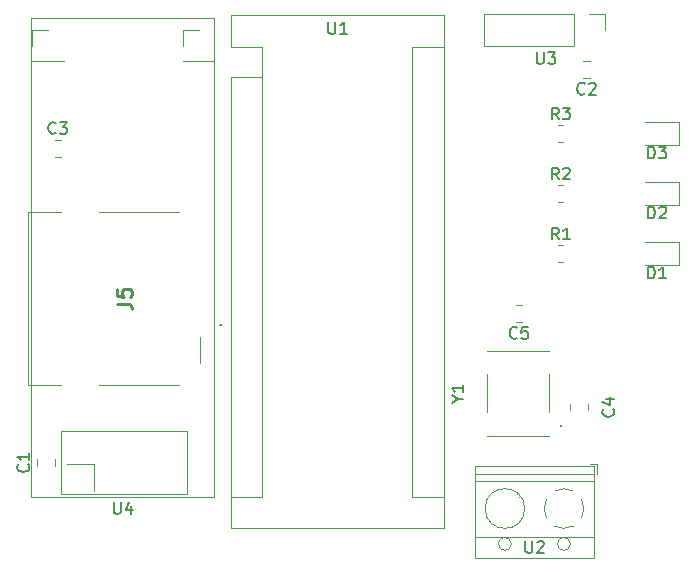
<source format=gbr>
%TF.GenerationSoftware,KiCad,Pcbnew,(5.1.10)-1*%
%TF.CreationDate,2021-11-03T11:27:17+01:00*%
%TF.ProjectId,Telemetry,54656c65-6d65-4747-9279-2e6b69636164,rev?*%
%TF.SameCoordinates,Original*%
%TF.FileFunction,Legend,Top*%
%TF.FilePolarity,Positive*%
%FSLAX46Y46*%
G04 Gerber Fmt 4.6, Leading zero omitted, Abs format (unit mm)*
G04 Created by KiCad (PCBNEW (5.1.10)-1) date 2021-11-03 11:27:17*
%MOMM*%
%LPD*%
G01*
G04 APERTURE LIST*
%ADD10C,0.200000*%
%ADD11C,0.100000*%
%ADD12C,0.120000*%
%ADD13C,0.254000*%
%ADD14C,0.150000*%
G04 APERTURE END LIST*
D10*
%TO.C,J5*%
X166580000Y-75910000D02*
X166580000Y-75910000D01*
X166480000Y-75910000D02*
X166480000Y-75910000D01*
X166580000Y-75910000D02*
X166580000Y-75910000D01*
D11*
X162980000Y-66310000D02*
X156230000Y-66310000D01*
X162980000Y-66310000D02*
X162980000Y-66310000D01*
X156230000Y-66310000D02*
X162980000Y-66310000D01*
X156230000Y-66310000D02*
X156230000Y-66310000D01*
X152980000Y-66310000D02*
X150230000Y-66310000D01*
X152980000Y-66310000D02*
X152980000Y-66310000D01*
X150230000Y-66310000D02*
X152980000Y-66310000D01*
X150230000Y-66310000D02*
X150230000Y-66310000D01*
X150230000Y-81010000D02*
X150230000Y-81010000D01*
X150230000Y-66310000D02*
X150230000Y-81010000D01*
X150230000Y-66310000D02*
X150230000Y-66310000D01*
X150230000Y-81010000D02*
X150230000Y-66310000D01*
X150230000Y-81010000D02*
X152980000Y-81010000D01*
X150230000Y-81010000D02*
X150230000Y-81010000D01*
X152980000Y-81010000D02*
X150230000Y-81010000D01*
X152980000Y-81010000D02*
X152980000Y-81010000D01*
X156230000Y-81010000D02*
X162980000Y-81010000D01*
X156230000Y-81010000D02*
X156230000Y-81010000D01*
X162980000Y-81010000D02*
X156230000Y-81010000D01*
X162980000Y-81010000D02*
X162980000Y-81010000D01*
X164730000Y-76910000D02*
X164730000Y-76910000D01*
X164730000Y-79160000D02*
X164730000Y-76910000D01*
X164730000Y-79160000D02*
X164730000Y-79160000D01*
X164730000Y-76910000D02*
X164730000Y-79160000D01*
D10*
X166480000Y-75910000D02*
G75*
G02*
X166580000Y-75910000I50000J0D01*
G01*
X166580000Y-75910000D02*
G75*
G02*
X166480000Y-75910000I-50000J0D01*
G01*
X166480000Y-75910000D02*
G75*
G02*
X166580000Y-75910000I50000J0D01*
G01*
D12*
%TO.C,U3*%
X188789000Y-49597000D02*
X188789000Y-52257000D01*
X196469000Y-49597000D02*
X188789000Y-49597000D01*
X196469000Y-52257000D02*
X188789000Y-52257000D01*
X196469000Y-49597000D02*
X196469000Y-52257000D01*
X197739000Y-49597000D02*
X199069000Y-49597000D01*
X199069000Y-49597000D02*
X199069000Y-50927000D01*
D11*
%TO.C,Y1*%
X189090000Y-83290000D02*
X189090000Y-80090000D01*
X189090000Y-85290000D02*
X194290000Y-85290000D01*
X194290000Y-83290000D02*
X194290000Y-80090000D01*
X189090000Y-78090000D02*
X194290000Y-78090000D01*
X195290000Y-84490000D02*
X195290000Y-84490000D01*
X195290000Y-84390000D02*
X195290000Y-84390000D01*
X195290000Y-84490000D02*
G75*
G02*
X195290000Y-84390000I0J50000D01*
G01*
X195290000Y-84390000D02*
G75*
G02*
X195290000Y-84490000I0J-50000D01*
G01*
D12*
%TO.C,C5*%
X192031252Y-75665000D02*
X191508748Y-75665000D01*
X192031252Y-74195000D02*
X191508748Y-74195000D01*
%TO.C,U2*%
X196130000Y-94440000D02*
G75*
G03*
X196130000Y-94440000I-550000J0D01*
G01*
X192260000Y-91440000D02*
G75*
G03*
X192260000Y-91440000I-1680000J0D01*
G01*
X191130000Y-94440000D02*
G75*
G03*
X191130000Y-94440000I-550000J0D01*
G01*
X198140000Y-88540000D02*
X188020000Y-88540000D01*
X198140000Y-89140000D02*
X188020000Y-89140000D01*
X198140000Y-93840000D02*
X188020000Y-93840000D01*
X198140000Y-95600000D02*
X188020000Y-95600000D01*
X198140000Y-87879000D02*
X188020000Y-87879000D01*
X198140000Y-95600000D02*
X198140000Y-87879000D01*
X188020000Y-95600000D02*
X188020000Y-87879000D01*
X189305000Y-92509000D02*
X189399000Y-92416000D01*
X191590000Y-90224000D02*
X191649000Y-90166000D01*
X189510000Y-92715000D02*
X189569000Y-92656000D01*
X191760000Y-90464000D02*
X191854000Y-90371000D01*
X198380000Y-88480000D02*
X198380000Y-87640000D01*
X198380000Y-87640000D02*
X197780000Y-87640000D01*
X194791288Y-89956648D02*
G75*
G02*
X195580000Y-89760000I788712J-1483352D01*
G01*
X194096047Y-92229088D02*
G75*
G02*
X194096000Y-90651000I1483953J789088D01*
G01*
X196369088Y-92923953D02*
G75*
G02*
X194791000Y-92924000I-789088J1483953D01*
G01*
X197063953Y-90650912D02*
G75*
G02*
X197064000Y-92229000I-1483953J-789088D01*
G01*
X195550617Y-89759550D02*
G75*
G02*
X196369000Y-89956000I29383J-1680450D01*
G01*
%TO.C,R2*%
X195082936Y-65505000D02*
X195537064Y-65505000D01*
X195082936Y-64035000D02*
X195537064Y-64035000D01*
%TO.C, *%
X150562000Y-53590500D02*
X153222000Y-53590500D01*
X150562000Y-53530500D02*
X150562000Y-53590500D01*
X153222000Y-53530500D02*
X153222000Y-53590500D01*
X150562000Y-53530500D02*
X153222000Y-53530500D01*
X150562000Y-52260500D02*
X150562000Y-50930500D01*
X150562000Y-50930500D02*
X151892000Y-50930500D01*
X163325500Y-53590500D02*
X165985500Y-53590500D01*
X163325500Y-53530500D02*
X163325500Y-53590500D01*
X165985500Y-53530500D02*
X165985500Y-53590500D01*
X163325500Y-53530500D02*
X165985500Y-53530500D01*
X163325500Y-52260500D02*
X163325500Y-50930500D01*
X163325500Y-50930500D02*
X164655500Y-50930500D01*
%TO.C,U1*%
X170053000Y-54864000D02*
X170053000Y-52324000D01*
X170053000Y-52324000D02*
X167383000Y-52324000D01*
X167383000Y-54864000D02*
X167383000Y-93094000D01*
X167383000Y-49654000D02*
X167383000Y-52324000D01*
X182753000Y-52324000D02*
X185423000Y-52324000D01*
X182753000Y-52324000D02*
X182753000Y-90424000D01*
X182753000Y-90424000D02*
X185423000Y-90424000D01*
X170053000Y-54864000D02*
X167383000Y-54864000D01*
X170053000Y-54864000D02*
X170053000Y-90424000D01*
X170053000Y-90424000D02*
X167383000Y-90424000D01*
X167383000Y-93094000D02*
X185423000Y-93094000D01*
X185423000Y-93094000D02*
X185423000Y-49654000D01*
X185423000Y-49654000D02*
X167383000Y-49654000D01*
%TO.C,U4*%
X152958800Y-90170000D02*
X152958800Y-90170000D01*
X163626800Y-90170000D02*
X152958800Y-90170000D01*
X150477800Y-90500000D02*
X150477800Y-90500000D01*
X165927800Y-90500000D02*
X150477800Y-90500000D01*
X165927800Y-49870000D02*
X165927800Y-90500000D01*
X150477800Y-49870000D02*
X165927800Y-49870000D01*
X150477800Y-90500000D02*
X150477800Y-49870000D01*
X155752800Y-89916000D02*
X155752800Y-89916000D01*
X155752800Y-87630000D02*
X155752800Y-89916000D01*
X153466800Y-87630000D02*
X155752800Y-87630000D01*
X163626800Y-90170000D02*
X163626800Y-90170000D01*
X163626800Y-84836000D02*
X163626800Y-90170000D01*
X152958800Y-84836000D02*
X163626800Y-84836000D01*
X152958800Y-90170000D02*
X152958800Y-84836000D01*
%TO.C,C1*%
X152474600Y-87282348D02*
X152474600Y-87804852D01*
X151004600Y-87282348D02*
X151004600Y-87804852D01*
%TO.C,C3*%
X152458748Y-61695000D02*
X152981252Y-61695000D01*
X152458748Y-60225000D02*
X152981252Y-60225000D01*
%TO.C,C2*%
X197756452Y-53519400D02*
X197233948Y-53519400D01*
X197756452Y-54989400D02*
X197233948Y-54989400D01*
%TO.C,D1*%
X202445000Y-70810000D02*
X205305000Y-70810000D01*
X205305000Y-70810000D02*
X205305000Y-68890000D01*
X205305000Y-68890000D02*
X202445000Y-68890000D01*
%TO.C,D2*%
X205305000Y-63810000D02*
X202445000Y-63810000D01*
X205305000Y-65730000D02*
X205305000Y-63810000D01*
X202445000Y-65730000D02*
X205305000Y-65730000D01*
%TO.C,D3*%
X202445000Y-60650000D02*
X205305000Y-60650000D01*
X205305000Y-60650000D02*
X205305000Y-58730000D01*
X205305000Y-58730000D02*
X202445000Y-58730000D01*
%TO.C,R1*%
X195082936Y-69115000D02*
X195537064Y-69115000D01*
X195082936Y-70585000D02*
X195537064Y-70585000D01*
%TO.C,R3*%
X195082936Y-58955000D02*
X195537064Y-58955000D01*
X195082936Y-60425000D02*
X195537064Y-60425000D01*
%TO.C,C4*%
X196115000Y-82608748D02*
X196115000Y-83131252D01*
X197585000Y-82608748D02*
X197585000Y-83131252D01*
%TO.C,J5*%
D13*
X157709523Y-74083333D02*
X158616666Y-74083333D01*
X158798095Y-74143809D01*
X158919047Y-74264761D01*
X158979523Y-74446190D01*
X158979523Y-74567142D01*
X157709523Y-72873809D02*
X157709523Y-73478571D01*
X158314285Y-73539047D01*
X158253809Y-73478571D01*
X158193333Y-73357619D01*
X158193333Y-73055238D01*
X158253809Y-72934285D01*
X158314285Y-72873809D01*
X158435238Y-72813333D01*
X158737619Y-72813333D01*
X158858571Y-72873809D01*
X158919047Y-72934285D01*
X158979523Y-73055238D01*
X158979523Y-73357619D01*
X158919047Y-73478571D01*
X158858571Y-73539047D01*
%TO.C,U3*%
D14*
X193294095Y-52792380D02*
X193294095Y-53601904D01*
X193341714Y-53697142D01*
X193389333Y-53744761D01*
X193484571Y-53792380D01*
X193675047Y-53792380D01*
X193770285Y-53744761D01*
X193817904Y-53697142D01*
X193865523Y-53601904D01*
X193865523Y-52792380D01*
X194246476Y-52792380D02*
X194865523Y-52792380D01*
X194532190Y-53173333D01*
X194675047Y-53173333D01*
X194770285Y-53220952D01*
X194817904Y-53268571D01*
X194865523Y-53363809D01*
X194865523Y-53601904D01*
X194817904Y-53697142D01*
X194770285Y-53744761D01*
X194675047Y-53792380D01*
X194389333Y-53792380D01*
X194294095Y-53744761D01*
X194246476Y-53697142D01*
%TO.C,Y1*%
X186586190Y-82166190D02*
X187062380Y-82166190D01*
X186062380Y-82499523D02*
X186586190Y-82166190D01*
X186062380Y-81832857D01*
X187062380Y-80975714D02*
X187062380Y-81547142D01*
X187062380Y-81261428D02*
X186062380Y-81261428D01*
X186205238Y-81356666D01*
X186300476Y-81451904D01*
X186348095Y-81547142D01*
%TO.C,C5*%
X191603333Y-76967142D02*
X191555714Y-77014761D01*
X191412857Y-77062380D01*
X191317619Y-77062380D01*
X191174761Y-77014761D01*
X191079523Y-76919523D01*
X191031904Y-76824285D01*
X190984285Y-76633809D01*
X190984285Y-76490952D01*
X191031904Y-76300476D01*
X191079523Y-76205238D01*
X191174761Y-76110000D01*
X191317619Y-76062380D01*
X191412857Y-76062380D01*
X191555714Y-76110000D01*
X191603333Y-76157619D01*
X192508095Y-76062380D02*
X192031904Y-76062380D01*
X191984285Y-76538571D01*
X192031904Y-76490952D01*
X192127142Y-76443333D01*
X192365238Y-76443333D01*
X192460476Y-76490952D01*
X192508095Y-76538571D01*
X192555714Y-76633809D01*
X192555714Y-76871904D01*
X192508095Y-76967142D01*
X192460476Y-77014761D01*
X192365238Y-77062380D01*
X192127142Y-77062380D01*
X192031904Y-77014761D01*
X191984285Y-76967142D01*
%TO.C,U2*%
X192318095Y-94194380D02*
X192318095Y-95003904D01*
X192365714Y-95099142D01*
X192413333Y-95146761D01*
X192508571Y-95194380D01*
X192699047Y-95194380D01*
X192794285Y-95146761D01*
X192841904Y-95099142D01*
X192889523Y-95003904D01*
X192889523Y-94194380D01*
X193318095Y-94289619D02*
X193365714Y-94242000D01*
X193460952Y-94194380D01*
X193699047Y-94194380D01*
X193794285Y-94242000D01*
X193841904Y-94289619D01*
X193889523Y-94384857D01*
X193889523Y-94480095D01*
X193841904Y-94622952D01*
X193270476Y-95194380D01*
X193889523Y-95194380D01*
%TO.C,R2*%
X195143333Y-63572380D02*
X194810000Y-63096190D01*
X194571904Y-63572380D02*
X194571904Y-62572380D01*
X194952857Y-62572380D01*
X195048095Y-62620000D01*
X195095714Y-62667619D01*
X195143333Y-62762857D01*
X195143333Y-62905714D01*
X195095714Y-63000952D01*
X195048095Y-63048571D01*
X194952857Y-63096190D01*
X194571904Y-63096190D01*
X195524285Y-62667619D02*
X195571904Y-62620000D01*
X195667142Y-62572380D01*
X195905238Y-62572380D01*
X196000476Y-62620000D01*
X196048095Y-62667619D01*
X196095714Y-62762857D01*
X196095714Y-62858095D01*
X196048095Y-63000952D01*
X195476666Y-63572380D01*
X196095714Y-63572380D01*
%TO.C, *%
%TO.C,U1*%
X175641095Y-50252380D02*
X175641095Y-51061904D01*
X175688714Y-51157142D01*
X175736333Y-51204761D01*
X175831571Y-51252380D01*
X176022047Y-51252380D01*
X176117285Y-51204761D01*
X176164904Y-51157142D01*
X176212523Y-51061904D01*
X176212523Y-50252380D01*
X177212523Y-51252380D02*
X176641095Y-51252380D01*
X176926809Y-51252380D02*
X176926809Y-50252380D01*
X176831571Y-50395238D01*
X176736333Y-50490476D01*
X176641095Y-50538095D01*
%TO.C,U4*%
X157480095Y-90892380D02*
X157480095Y-91701904D01*
X157527714Y-91797142D01*
X157575333Y-91844761D01*
X157670571Y-91892380D01*
X157861047Y-91892380D01*
X157956285Y-91844761D01*
X158003904Y-91797142D01*
X158051523Y-91701904D01*
X158051523Y-90892380D01*
X158956285Y-91225714D02*
X158956285Y-91892380D01*
X158718190Y-90844761D02*
X158480095Y-91559047D01*
X159099142Y-91559047D01*
%TO.C, *%
%TO.C,C1*%
X150217142Y-87710266D02*
X150264761Y-87757885D01*
X150312380Y-87900742D01*
X150312380Y-87995980D01*
X150264761Y-88138838D01*
X150169523Y-88234076D01*
X150074285Y-88281695D01*
X149883809Y-88329314D01*
X149740952Y-88329314D01*
X149550476Y-88281695D01*
X149455238Y-88234076D01*
X149360000Y-88138838D01*
X149312380Y-87995980D01*
X149312380Y-87900742D01*
X149360000Y-87757885D01*
X149407619Y-87710266D01*
X150312380Y-86757885D02*
X150312380Y-87329314D01*
X150312380Y-87043600D02*
X149312380Y-87043600D01*
X149455238Y-87138838D01*
X149550476Y-87234076D01*
X149598095Y-87329314D01*
%TO.C,C3*%
X152553333Y-59637142D02*
X152505714Y-59684761D01*
X152362857Y-59732380D01*
X152267619Y-59732380D01*
X152124761Y-59684761D01*
X152029523Y-59589523D01*
X151981904Y-59494285D01*
X151934285Y-59303809D01*
X151934285Y-59160952D01*
X151981904Y-58970476D01*
X152029523Y-58875238D01*
X152124761Y-58780000D01*
X152267619Y-58732380D01*
X152362857Y-58732380D01*
X152505714Y-58780000D01*
X152553333Y-58827619D01*
X152886666Y-58732380D02*
X153505714Y-58732380D01*
X153172380Y-59113333D01*
X153315238Y-59113333D01*
X153410476Y-59160952D01*
X153458095Y-59208571D01*
X153505714Y-59303809D01*
X153505714Y-59541904D01*
X153458095Y-59637142D01*
X153410476Y-59684761D01*
X153315238Y-59732380D01*
X153029523Y-59732380D01*
X152934285Y-59684761D01*
X152886666Y-59637142D01*
%TO.C,C2*%
X197328533Y-56291542D02*
X197280914Y-56339161D01*
X197138057Y-56386780D01*
X197042819Y-56386780D01*
X196899961Y-56339161D01*
X196804723Y-56243923D01*
X196757104Y-56148685D01*
X196709485Y-55958209D01*
X196709485Y-55815352D01*
X196757104Y-55624876D01*
X196804723Y-55529638D01*
X196899961Y-55434400D01*
X197042819Y-55386780D01*
X197138057Y-55386780D01*
X197280914Y-55434400D01*
X197328533Y-55482019D01*
X197709485Y-55482019D02*
X197757104Y-55434400D01*
X197852342Y-55386780D01*
X198090438Y-55386780D01*
X198185676Y-55434400D01*
X198233295Y-55482019D01*
X198280914Y-55577257D01*
X198280914Y-55672495D01*
X198233295Y-55815352D01*
X197661866Y-56386780D01*
X198280914Y-56386780D01*
%TO.C,D1*%
X202706904Y-71952380D02*
X202706904Y-70952380D01*
X202945000Y-70952380D01*
X203087857Y-71000000D01*
X203183095Y-71095238D01*
X203230714Y-71190476D01*
X203278333Y-71380952D01*
X203278333Y-71523809D01*
X203230714Y-71714285D01*
X203183095Y-71809523D01*
X203087857Y-71904761D01*
X202945000Y-71952380D01*
X202706904Y-71952380D01*
X204230714Y-71952380D02*
X203659285Y-71952380D01*
X203945000Y-71952380D02*
X203945000Y-70952380D01*
X203849761Y-71095238D01*
X203754523Y-71190476D01*
X203659285Y-71238095D01*
%TO.C,D2*%
X202706904Y-66872380D02*
X202706904Y-65872380D01*
X202945000Y-65872380D01*
X203087857Y-65920000D01*
X203183095Y-66015238D01*
X203230714Y-66110476D01*
X203278333Y-66300952D01*
X203278333Y-66443809D01*
X203230714Y-66634285D01*
X203183095Y-66729523D01*
X203087857Y-66824761D01*
X202945000Y-66872380D01*
X202706904Y-66872380D01*
X203659285Y-65967619D02*
X203706904Y-65920000D01*
X203802142Y-65872380D01*
X204040238Y-65872380D01*
X204135476Y-65920000D01*
X204183095Y-65967619D01*
X204230714Y-66062857D01*
X204230714Y-66158095D01*
X204183095Y-66300952D01*
X203611666Y-66872380D01*
X204230714Y-66872380D01*
%TO.C,D3*%
X202706904Y-61792380D02*
X202706904Y-60792380D01*
X202945000Y-60792380D01*
X203087857Y-60840000D01*
X203183095Y-60935238D01*
X203230714Y-61030476D01*
X203278333Y-61220952D01*
X203278333Y-61363809D01*
X203230714Y-61554285D01*
X203183095Y-61649523D01*
X203087857Y-61744761D01*
X202945000Y-61792380D01*
X202706904Y-61792380D01*
X203611666Y-60792380D02*
X204230714Y-60792380D01*
X203897380Y-61173333D01*
X204040238Y-61173333D01*
X204135476Y-61220952D01*
X204183095Y-61268571D01*
X204230714Y-61363809D01*
X204230714Y-61601904D01*
X204183095Y-61697142D01*
X204135476Y-61744761D01*
X204040238Y-61792380D01*
X203754523Y-61792380D01*
X203659285Y-61744761D01*
X203611666Y-61697142D01*
%TO.C,R1*%
X195143333Y-68652380D02*
X194810000Y-68176190D01*
X194571904Y-68652380D02*
X194571904Y-67652380D01*
X194952857Y-67652380D01*
X195048095Y-67700000D01*
X195095714Y-67747619D01*
X195143333Y-67842857D01*
X195143333Y-67985714D01*
X195095714Y-68080952D01*
X195048095Y-68128571D01*
X194952857Y-68176190D01*
X194571904Y-68176190D01*
X196095714Y-68652380D02*
X195524285Y-68652380D01*
X195810000Y-68652380D02*
X195810000Y-67652380D01*
X195714761Y-67795238D01*
X195619523Y-67890476D01*
X195524285Y-67938095D01*
%TO.C,R3*%
X195143333Y-58492380D02*
X194810000Y-58016190D01*
X194571904Y-58492380D02*
X194571904Y-57492380D01*
X194952857Y-57492380D01*
X195048095Y-57540000D01*
X195095714Y-57587619D01*
X195143333Y-57682857D01*
X195143333Y-57825714D01*
X195095714Y-57920952D01*
X195048095Y-57968571D01*
X194952857Y-58016190D01*
X194571904Y-58016190D01*
X195476666Y-57492380D02*
X196095714Y-57492380D01*
X195762380Y-57873333D01*
X195905238Y-57873333D01*
X196000476Y-57920952D01*
X196048095Y-57968571D01*
X196095714Y-58063809D01*
X196095714Y-58301904D01*
X196048095Y-58397142D01*
X196000476Y-58444761D01*
X195905238Y-58492380D01*
X195619523Y-58492380D01*
X195524285Y-58444761D01*
X195476666Y-58397142D01*
%TO.C,C4*%
X199747142Y-83036666D02*
X199794761Y-83084285D01*
X199842380Y-83227142D01*
X199842380Y-83322380D01*
X199794761Y-83465238D01*
X199699523Y-83560476D01*
X199604285Y-83608095D01*
X199413809Y-83655714D01*
X199270952Y-83655714D01*
X199080476Y-83608095D01*
X198985238Y-83560476D01*
X198890000Y-83465238D01*
X198842380Y-83322380D01*
X198842380Y-83227142D01*
X198890000Y-83084285D01*
X198937619Y-83036666D01*
X199175714Y-82179523D02*
X199842380Y-82179523D01*
X198794761Y-82417619D02*
X199509047Y-82655714D01*
X199509047Y-82036666D01*
%TD*%
M02*

</source>
